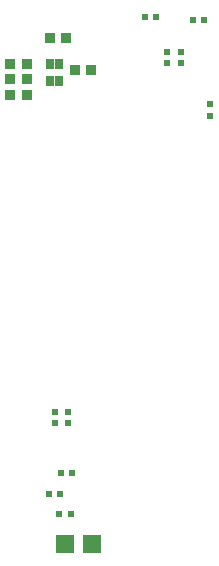
<source format=gbp>
%FSTAX23Y23*%
%MOIN*%
%SFA1B1*%

%IPPOS*%
%ADD13R,0.033470X0.037400*%
%ADD18R,0.019690X0.023620*%
%ADD19R,0.023620X0.019690*%
%ADD23R,0.060000X0.060000*%
%ADD55R,0.025590X0.033470*%
%LNpowerpcb-1*%
%LPD*%
G54D13*
X00382Y-00235D03*
X00327D03*
X00244Y-0013D03*
X00299D03*
X00112Y-00215D03*
X00167D03*
X00112Y-00265D03*
X00167D03*
X00112Y-0032D03*
X00167D03*
G54D18*
X00315Y-01715D03*
X00276D03*
X0072Y-0007D03*
X00759D03*
X00599Y-0006D03*
X0056D03*
X0028Y-0158D03*
X00319D03*
X00279Y-0165D03*
X0024D03*
G54D19*
X00779Y-0039D03*
Y-0035D03*
X00635Y-00214D03*
Y-00175D03*
X0068Y-00214D03*
Y-00175D03*
X00305Y-01414D03*
Y-01375D03*
X0026Y-01414D03*
Y-01375D03*
G54D23*
X00295Y-01815D03*
X00385D03*
G54D55*
X00243Y-00273D03*
X00276Y-00216D03*
Y-00273D03*
X00243Y-00216D03*
M02*
</source>
